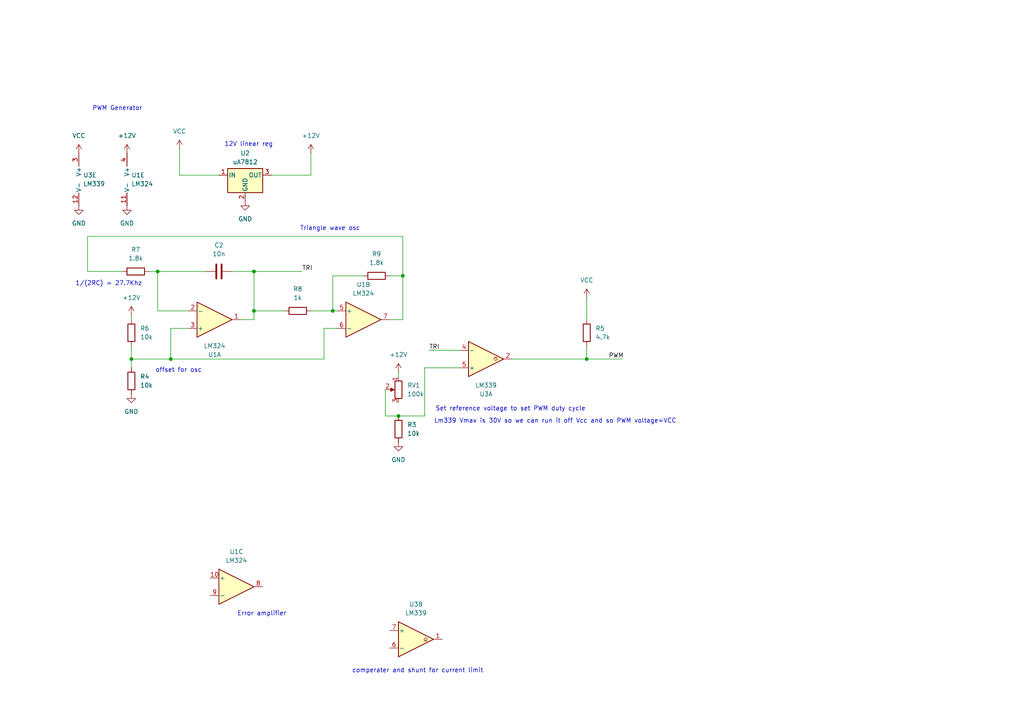
<source format=kicad_sch>
(kicad_sch (version 20231120) (generator "eeschema") (generator_version "8.0")
  (paper "A4")
  (lib_symbols
    (symbol "Amplifier_Operational:LM324" (pin_names (offset 0.127))
      (property "Reference" "U" (at 0 5.08 0))
      (property "Value" "LM324" (at 0 -5.08 0))
      (symbol "LM324_1_1"
        (polyline (pts (xy -5.08 5.08) (xy 5.08 0) (xy -5.08 -5.08) (xy -5.08 5.08)) (stroke (width 0.254)) (fill (type background)))
        (pin output line (at 7.62 0 180) (length 2.54) (name "~") (number "1"))
        (pin input line (at -7.62 -2.54 0) (length 2.54) (name "-") (number "2"))
        (pin input line (at -7.62 2.54 0) (length 2.54) (name "+") (number "3"))
      )
      (symbol "LM324_2_1"
        (polyline (pts (xy -5.08 5.08) (xy 5.08 0) (xy -5.08 -5.08) (xy -5.08 5.08)) (stroke (width 0.254)) (fill (type background)))
        (pin input line (at -7.62 2.54 0) (length 2.54) (name "+") (number "5"))
        (pin input line (at -7.62 -2.54 0) (length 2.54) (name "-") (number "6"))
        (pin output line (at 7.62 0 180) (length 2.54) (name "~") (number "7"))
      )
      (symbol "LM324_3_1"
        (polyline (pts (xy -5.08 5.08) (xy 5.08 0) (xy -5.08 -5.08) (xy -5.08 5.08)) (stroke (width 0.254)) (fill (type background)))
        (pin input line (at -7.62 2.54 0) (length 2.54) (name "+") (number "10"))
        (pin output line (at 7.62 0 180) (length 2.54) (name "~") (number "8"))
        (pin input line (at -7.62 -2.54 0) (length 2.54) (name "-") (number "9"))
      )
      (symbol "LM324_4_1"
        (polyline (pts (xy -5.08 5.08) (xy 5.08 0) (xy -5.08 -5.08) (xy -5.08 5.08)) (stroke (width 0.254)) (fill (type background)))
        (pin input line (at -7.62 2.54 0) (length 2.54) (name "+") (number "12"))
        (pin input line (at -7.62 -2.54 0) (length 2.54) (name "-") (number "13"))
        (pin output line (at 7.62 0 180) (length 2.54) (name "~") (number "14"))
      )
      (symbol "LM324_5_1"
        (pin power_in line (at -2.54 -7.62 90) (length 3.81) (name "V-") (number "11"))
        (pin power_in line (at -2.54 7.62 270) (length 3.81) (name "V+") (number "4"))
      )
    )
    (symbol "Comparator:LM339" (pin_names (offset 0.127))
      (property "Reference" "U" (at 0 5.08 0))
      (property "Value" "LM339" (at 0 -5.08 0))
      (symbol "LM339_1_1"
        (polyline (pts (xy -5.08 5.08) (xy 5.08 0) (xy -5.08 -5.08) (xy -5.08 5.08)) (stroke (width 0.254)) (fill (type background)))
        (polyline (pts (xy 3.302 -0.508) (xy 2.794 -0.508) (xy 3.302 0) (xy 2.794 0.508) (xy 2.286 0) (xy 2.794 -0.508) (xy 2.286 -0.508)) (stroke (width 0.127)))
        (pin open_collector line (at 7.62 0 180) (length 2.54) (name "~") (number "2"))
        (pin input line (at -7.62 -2.54 0) (length 2.54) (name "-") (number "4"))
        (pin input line (at -7.62 2.54 0) (length 2.54) (name "+") (number "5"))
      )
      (symbol "LM339_2_1"
        (polyline (pts (xy -5.08 5.08) (xy 5.08 0) (xy -5.08 -5.08) (xy -5.08 5.08)) (stroke (width 0.254)) (fill (type background)))
        (polyline (pts (xy 3.302 -0.508) (xy 2.794 -0.508) (xy 3.302 0) (xy 2.794 0.508) (xy 2.286 0) (xy 2.794 -0.508) (xy 2.286 -0.508)) (stroke (width 0.127)))
        (pin open_collector line (at 7.62 0 180) (length 2.54) (name "~") (number "1"))
        (pin input line (at -7.62 -2.54 0) (length 2.54) (name "-") (number "6"))
        (pin input line (at -7.62 2.54 0) (length 2.54) (name "+") (number "7"))
      )
      (symbol "LM339_3_1"
        (polyline (pts (xy -5.08 5.08) (xy 5.08 0) (xy -5.08 -5.08) (xy -5.08 5.08)) (stroke (width 0.254)) (fill (type background)))
        (polyline (pts (xy 3.302 -0.508) (xy 2.794 -0.508) (xy 3.302 0) (xy 2.794 0.508) (xy 2.286 0) (xy 2.794 -0.508) (xy 2.286 -0.508)) (stroke (width 0.127)))
        (pin input line (at -7.62 -2.54 0) (length 2.54) (name "-") (number "10"))
        (pin input line (at -7.62 2.54 0) (length 2.54) (name "+") (number "11"))
        (pin open_collector line (at 7.62 0 180) (length 2.54) (name "~") (number "13"))
      )
      (symbol "LM339_4_1"
        (polyline (pts (xy -5.08 5.08) (xy 5.08 0) (xy -5.08 -5.08) (xy -5.08 5.08)) (stroke (width 0.254)) (fill (type background)))
        (polyline (pts (xy 3.302 -0.508) (xy 2.794 -0.508) (xy 3.302 0) (xy 2.794 0.508) (xy 2.286 0) (xy 2.794 -0.508) (xy 2.286 -0.508)) (stroke (width 0.127)))
        (pin open_collector line (at 7.62 0 180) (length 2.54) (name "~") (number "14"))
        (pin input line (at -7.62 -2.54 0) (length 2.54) (name "-") (number "8"))
        (pin input line (at -7.62 2.54 0) (length 2.54) (name "+") (number "9"))
      )
      (symbol "LM339_5_1"
        (pin power_in line (at -2.54 -7.62 90) (length 3.81) (name "V-") (number "12"))
        (pin power_in line (at -2.54 7.62 270) (length 3.81) (name "V+") (number "3"))
      )
    )
    (symbol "Device:C" (pin_numbers hide) (pin_names (offset 0.254))
      (property "Reference" "C" (at 0.635 2.54 0))
      (property "Value" "C" (at 0.635 -2.54 0))
      (symbol "C_0_1"
        (polyline (pts (xy -2.032 -0.762) (xy 2.032 -0.762)) (stroke (width 0.508)))
        (polyline (pts (xy -2.032 0.762) (xy 2.032 0.762)) (stroke (width 0.508)))
      )
      (symbol "C_1_1"
        (pin passive line (at 0 3.81 270) (length 2.794) (name "~") (number "1"))
        (pin passive line (at 0 -3.81 90) (length 2.794) (name "~") (number "2"))
      )
    )
    (symbol "Device:R" (pin_numbers hide) (pin_names (offset 0))
      (property "Reference" "R" (at 2.032 0 90))
      (property "Value" "R" (at 0 0 90))
      (symbol "R_0_1"
        (rectangle (start -1.016 -2.54) (end 1.016 2.54) (stroke (width 0.254)))
      )
      (symbol "R_1_1"
        (pin passive line (at 0 3.81 270) (length 1.27) (name "~") (number "1"))
        (pin passive line (at 0 -3.81 90) (length 1.27) (name "~") (number "2"))
      )
    )
    (symbol "Device:R_Potentiometer" (pin_names (offset 1.016) hide)
      (property "Reference" "RV" (at -4.445 0 90))
      (property "Value" "R_Potentiometer" (at -2.54 0 90))
      (symbol "R_Potentiometer_0_1"
        (polyline (pts (xy 2.54 0) (xy 1.524 0)))
        (polyline (pts (xy 1.143 0) (xy 2.286 0.508) (xy 2.286 -0.508) (xy 1.143 0)) (fill (type outline)))
        (rectangle (start 1.016 2.54) (end -1.016 -2.54) (stroke (width 0.254)))
      )
      (symbol "R_Potentiometer_1_1"
        (pin passive line (at 0 3.81 270) (length 1.27) (name "1") (number "1"))
        (pin passive line (at 3.81 0 180) (length 1.27) (name "2") (number "2"))
        (pin passive line (at 0 -3.81 90) (length 1.27) (name "3") (number "3"))
      )
    )
    (symbol "Regulator_Linear:uA7812" (pin_names (offset 0.254))
      (property "Reference" "U" (at -3.81 3.175 0))
      (property "Value" "uA7812" (at 0 3.175 0))
      (symbol "uA7812_0_1"
        (rectangle (start -5.08 1.905) (end 5.08 -5.08) (stroke (width 0.254)) (fill (type background)))
      )
      (symbol "uA7812_1_1"
        (pin power_in line (at -7.62 0 0) (length 2.54) (name "IN") (number "1"))
        (pin power_in line (at 0 -7.62 90) (length 2.54) (name "GND") (number "2"))
        (pin power_out line (at 7.62 0 180) (length 2.54) (name "OUT") (number "3"))
      )
    )
    (symbol "power:+12V" (power) (pin_numbers hide) (pin_names (offset 0) hide)
      (property "Value" "+12V" (at 0 3.556 0))
      (symbol "+12V_0_1"
        (polyline (pts (xy -0.762 1.27) (xy 0 2.54)))
        (polyline (pts (xy 0 0) (xy 0 2.54)))
        (polyline (pts (xy 0 2.54) (xy 0.762 1.27)))
      )
      (symbol "+12V_1_1"
        (pin power_in line (at 0 0 90) (length 0) (name "~") (number "1"))
      )
    )
    (symbol "power:GND" (power) (pin_numbers hide) (pin_names (offset 0) hide)
      (property "Value" "GND" (at 0 -3.81 0))
      (symbol "GND_0_1"
        (polyline (pts (xy 0 0) (xy 0 -1.27) (xy 1.27 -1.27) (xy 0 -2.54) (xy -1.27 -1.27) (xy 0 -1.27)))
      )
      (symbol "GND_1_1"
        (pin power_in line (at 0 0 270) (length 0) (name "~") (number "1"))
      )
    )
    (symbol "power:VCC" (power) (pin_numbers hide) (pin_names (offset 0) hide)
      (property "Value" "VCC" (at 0 3.556 0))
      (symbol "VCC_0_1"
        (polyline (pts (xy -0.762 1.27) (xy 0 2.54)))
        (polyline (pts (xy 0 0) (xy 0 2.54)))
        (polyline (pts (xy 0 2.54) (xy 0.762 1.27)))
      )
      (symbol "VCC_1_1"
        (pin power_in line (at 0 0 90) (length 0) (name "~") (number "1"))
      )
    )
  )
  (junction (at 115.57 120.65))
  (junction (at 116.84 80.01))
  (junction (at 49.53 104.14))
  (junction (at 73.66 90.17))
  (junction (at 45.72 78.74))
  (junction (at 170.18 104.14))
  (junction (at 96.52 90.17))
  (junction (at 38.1 104.14))
  (junction (at 73.66 78.74))
  (wire (pts (xy 90.17 90.17) (xy 96.52 90.17)))
  (wire (pts (xy 170.18 100.33) (xy 170.18 104.14)))
  (wire (pts (xy 105.41 80.01) (xy 96.52 80.01)))
  (wire (pts (xy 82.55 90.17) (xy 73.66 90.17)))
  (wire (pts (xy 93.98 95.25) (xy 93.98 104.14)))
  (wire (pts (xy 93.98 104.14) (xy 49.53 104.14)))
  (wire (pts (xy 111.76 113.03) (xy 111.76 120.65)))
  (wire (pts (xy 63.5 50.8) (xy 52.07 50.8)))
  (wire (pts (xy 78.74 50.8) (xy 90.17 50.8)))
  (wire (pts (xy 45.72 78.74) (xy 59.69 78.74)))
  (wire (pts (xy 123.19 106.68) (xy 123.19 120.65)))
  (wire (pts (xy 116.84 80.01) (xy 113.03 80.01)))
  (wire (pts (xy 97.79 95.25) (xy 93.98 95.25)))
  (wire (pts (xy 116.84 92.71) (xy 113.03 92.71)))
  (wire (pts (xy 45.72 90.17) (xy 54.61 90.17)))
  (wire (pts (xy 45.72 90.17) (xy 45.72 78.74)))
  (wire (pts (xy 96.52 80.01) (xy 96.52 90.17)))
  (wire (pts (xy 38.1 100.33) (xy 38.1 104.14)))
  (wire (pts (xy 38.1 91.44) (xy 38.1 92.71)))
  (wire (pts (xy 73.66 90.17) (xy 73.66 92.71)))
  (wire (pts (xy 115.57 120.65) (xy 123.19 120.65)))
  (wire (pts (xy 115.57 107.95) (xy 115.57 109.22)))
  (wire (pts (xy 111.76 120.65) (xy 115.57 120.65)))
  (wire (pts (xy 43.18 78.74) (xy 45.72 78.74)))
  (wire (pts (xy 73.66 78.74) (xy 87.63 78.74)))
  (wire (pts (xy 148.59 104.14) (xy 170.18 104.14)))
  (wire (pts (xy 133.35 106.68) (xy 123.19 106.68)))
  (wire (pts (xy 96.52 90.17) (xy 97.79 90.17)))
  (wire (pts (xy 25.4 78.74) (xy 25.4 68.58)))
  (wire (pts (xy 73.66 78.74) (xy 73.66 90.17)))
  (wire (pts (xy 116.84 80.01) (xy 116.84 92.71)))
  (wire (pts (xy 170.18 104.14) (xy 180.34 104.14)))
  (wire (pts (xy 54.61 95.25) (xy 49.53 95.25)))
  (wire (pts (xy 133.35 101.6) (xy 124.46 101.6)))
  (wire (pts (xy 116.84 68.58) (xy 116.84 80.01)))
  (wire (pts (xy 38.1 104.14) (xy 49.53 104.14)))
  (wire (pts (xy 35.56 78.74) (xy 25.4 78.74)))
  (wire (pts (xy 25.4 68.58) (xy 116.84 68.58)))
  (wire (pts (xy 52.07 43.18) (xy 52.07 50.8)))
  (wire (pts (xy 170.18 86.36) (xy 170.18 92.71)))
  (wire (pts (xy 69.85 92.71) (xy 73.66 92.71)))
  (wire (pts (xy 67.31 78.74) (xy 73.66 78.74)))
  (wire (pts (xy 49.53 95.25) (xy 49.53 104.14)))
  (wire (pts (xy 38.1 106.68) (xy 38.1 104.14)))
  (wire (pts (xy 90.17 44.45) (xy 90.17 50.8)))
  (text "comperater and shunt for current limit" (at 121.158 194.564 0) (effects (font (size 1.27 1.27))))
  (text "PWM Generator" (at 34.036 31.496 0) (effects (font (size 1.27 1.27))))
  (text "Triangle wave osc" (at 95.758 66.294 0) (effects (font (size 1.27 1.27))))
  (text "Error amplifier" (at 75.946 178.054 0) (effects (font (size 1.27 1.27))))
  (text "12V linear reg" (at 72.136 41.91 0) (effects (font (size 1.27 1.27))))
  (text "Lm339 Vmax is 30V so we can run it off Vcc and so PWM voltage=VCC" (at 161.036 122.174 0) (effects (font (size 1.27 1.27))))
  (text "Set reference voltage to set PWM duty cycle" (at 148.082 118.618 0) (effects (font (size 1.27 1.27))))
  (text "offset for osc" (at 51.816 107.442 0) (effects (font (size 1.27 1.27))))
  (text "1/(2RC) = 27.7Khz " (at 32.004 82.296 0) (effects (font (size 1.27 1.27))))
  (label "PWM" (at 176.53 104.14 0))
  (label "TRI" (at 87.63 78.74 0))
  (label "TRI" (at 124.46 101.6 0))
  (symbol (lib_id "Device:C") (at 63.5 78.74 90) (unit 1)
    (property "Reference" "C2" (at 63.5 71.12 90))
    (property "Value" "10n" (at 63.5 73.66 90))
    (property "Description" "Unpolarized capacitor" (effects (hide yes)))
  )
  (symbol (lib_id "Comparator:LM339") (at 120.65 185.42 0) (unit 2)
    (property "Reference" "U3" (at 120.65 175.26 0))
    (property "Value" "LM339" (at 120.65 177.8 0))
    (property "Datasheet" "https://www.st.com/resource/en/datasheet/lm139.pdf" (effects (hide yes)))
    (property "Description" "Quad Differential Comparators, SOIC-14/TSSOP-14" (effects (hide yes)))
  )
  (symbol (lib_id "Amplifier_Operational:LM324") (at 105.41 92.71 0) (unit 2)
    (property "Reference" "U1" (at 105.41 82.55 0))
    (property "Value" "LM324" (at 105.41 85.09 0))
    (property "Datasheet" "http://www.ti.com/lit/ds/symlink/lm2902-n.pdf" (effects (hide yes)))
    (property "Description" "Low-Power, Quad-Operational Amplifiers, DIP-14/SOIC-14/SSOP-14" (effects (hide yes)))
  )
  (symbol (lib_id "power:VCC") (at 52.07 43.18 0) (unit 1)
    (property "Reference" "#PWR08" (effects (hide yes)))
    (property "Value" "VCC" (at 52.07 38.1 0))
    (property "Description" "Power symbol creates a global label with name \"VCC\"" (effects (hide yes)))
  )
  (symbol (lib_id "Amplifier_Operational:LM324") (at 68.58 170.18 0) (unit 3)
    (property "Reference" "U1" (at 68.58 160.02 0))
    (property "Value" "LM324" (at 68.58 162.56 0))
    (property "Datasheet" "http://www.ti.com/lit/ds/symlink/lm2902-n.pdf" (effects (hide yes)))
    (property "Description" "Low-Power, Quad-Operational Amplifiers, DIP-14/SOIC-14/SSOP-14" (effects (hide yes)))
  )
  (symbol (lib_id "Device:R") (at 38.1 96.52 0) (unit 1)
    (property "Reference" "R6" (at 40.64 95.2499 0) (effects (justify left)))
    (property "Value" "10k" (at 40.64 97.7899 0) (effects (justify left)))
    (property "Description" "Resistor" (effects (hide yes)))
  )
  (symbol (lib_id "Device:R") (at 86.36 90.17 90) (unit 1)
    (property "Reference" "R8" (at 86.36 83.82 90))
    (property "Value" "1k" (at 86.36 86.36 90))
    (property "Description" "Resistor" (effects (hide yes)))
  )
  (symbol (lib_id "Device:R") (at 109.22 80.01 90) (unit 1)
    (property "Reference" "R9" (at 109.22 73.66 90))
    (property "Value" "1.8k" (at 109.22 76.2 90))
    (property "Description" "Resistor" (effects (hide yes)))
  )
  (symbol (lib_id "Comparator:LM339") (at 25.4 52.07 0) (unit 5)
    (property "Reference" "U3" (at 24.13 50.7999 0) (effects (justify left)))
    (property "Value" "LM339" (at 24.13 53.3399 0) (effects (justify left)))
    (property "Datasheet" "https://www.st.com/resource/en/datasheet/lm139.pdf" (effects (hide yes)))
    (property "Description" "Quad Differential Comparators, SOIC-14/TSSOP-14" (effects (hide yes)))
  )
  (symbol (lib_id "power:GND") (at 22.86 59.69 0) (unit 1)
    (property "Reference" "#PWR02" (effects (hide yes)))
    (property "Value" "GND" (at 22.86 64.77 0))
    (property "Description" "Power symbol creates a global label with name \"GND\" , ground" (effects (hide yes)))
  )
  (symbol (lib_id "power:+12V") (at 38.1 91.44 0) (unit 1)
    (property "Reference" "#PWR015" (effects (hide yes)))
    (property "Value" "+12V" (at 38.1 86.36 0))
    (property "Description" "Power symbol creates a global label with name \"+12V\"" (effects (hide yes)))
  )
  (symbol (lib_id "power:VCC") (at 170.18 86.36 0) (unit 1)
    (property "Reference" "#PWR017" (effects (hide yes)))
    (property "Value" "VCC" (at 170.18 81.28 0))
    (property "Description" "Power symbol creates a global label with name \"VCC\"" (effects (hide yes)))
  )
  (symbol (lib_id "power:VCC") (at 22.86 44.45 0) (unit 1)
    (property "Reference" "#PWR011" (effects (hide yes)))
    (property "Value" "VCC" (at 22.86 39.37 0))
    (property "Description" "Power symbol creates a global label with name \"VCC\"" (effects (hide yes)))
  )
  (symbol (lib_id "Device:R") (at 39.37 78.74 90) (unit 1)
    (property "Reference" "R7" (at 39.37 72.39 90))
    (property "Value" "1.8k" (at 39.37 74.93 90))
    (property "Description" "Resistor" (effects (hide yes)))
  )
  (symbol (lib_id "Device:R") (at 38.1 110.49 0) (unit 1)
    (property "Reference" "R4" (at 40.64 109.2199 0) (effects (justify left)))
    (property "Value" "10k" (at 40.64 111.7599 0) (effects (justify left)))
    (property "Description" "Resistor" (effects (hide yes)))
  )
  (symbol (lib_id "Amplifier_Operational:LM324") (at 62.23 92.71 0) (mirror x) (unit 1)
    (property "Reference" "U1" (at 62.23 102.87 0))
    (property "Value" "LM324" (at 62.23 100.33 0))
    (property "Datasheet" "http://www.ti.com/lit/ds/symlink/lm2902-n.pdf" (effects (hide yes)))
    (property "Description" "Low-Power, Quad-Operational Amplifiers, DIP-14/SOIC-14/SSOP-14" (effects (hide yes)))
  )
  (symbol (lib_id "Device:R_Potentiometer") (at 115.57 113.03 0) (mirror y) (unit 1)
    (property "Reference" "RV1" (at 118.11 111.7599 0) (effects (justify right)))
    (property "Value" "100k" (at 118.11 114.2999 0) (effects (justify right)))
    (property "Description" "Potentiometer" (effects (hide yes)))
  )
  (symbol (lib_id "power:+12V") (at 36.83 44.45 0) (unit 1)
    (property "Reference" "#PWR012" (effects (hide yes)))
    (property "Value" "+12V" (at 36.83 39.37 0))
    (property "Description" "Power symbol creates a global label with name \"+12V\"" (effects (hide yes)))
  )
  (symbol (lib_id "Comparator:LM339") (at 140.97 104.14 0) (mirror x) (unit 1)
    (property "Reference" "U3" (at 140.97 114.3 0))
    (property "Value" "LM339" (at 140.97 111.76 0))
    (property "Datasheet" "https://www.st.com/resource/en/datasheet/lm139.pdf" (effects (hide yes)))
    (property "Description" "Quad Differential Comparators, SOIC-14/TSSOP-14" (effects (hide yes)))
  )
  (symbol (lib_id "Device:R") (at 115.57 124.46 0) (unit 1)
    (property "Reference" "R3" (at 118.11 123.1899 0) (effects (justify left)))
    (property "Value" "10k" (at 118.11 125.7299 0) (effects (justify left)))
    (property "Description" "Resistor" (effects (hide yes)))
  )
  (symbol (lib_id "power:GND") (at 115.57 128.27 0) (unit 1)
    (property "Reference" "#PWR013" (effects (hide yes)))
    (property "Value" "GND" (at 115.57 133.35 0))
    (property "Description" "Power symbol creates a global label with name \"GND\" , ground" (effects (hide yes)))
  )
  (symbol (lib_id "Amplifier_Operational:LM324") (at 39.37 52.07 0) (unit 5)
    (property "Reference" "U1" (at 38.1 50.7999 0) (effects (justify left)))
    (property "Value" "LM324" (at 38.1 53.3399 0) (effects (justify left)))
    (property "Datasheet" "http://www.ti.com/lit/ds/symlink/lm2902-n.pdf" (effects (hide yes)))
    (property "Description" "Low-Power, Quad-Operational Amplifiers, DIP-14/SOIC-14/SSOP-14" (effects (hide yes)))
  )
  (symbol (lib_id "power:GND") (at 36.83 59.69 0) (unit 1)
    (property "Reference" "#PWR03" (effects (hide yes)))
    (property "Value" "GND" (at 36.83 64.77 0))
    (property "Description" "Power symbol creates a global label with name \"GND\" , ground" (effects (hide yes)))
  )
  (symbol (lib_id "power:+12V") (at 115.57 107.95 0) (unit 1)
    (property "Reference" "#PWR014" (effects (hide yes)))
    (property "Value" "+12V" (at 115.57 102.87 0))
    (property "Description" "Power symbol creates a global label with name \"+12V\"" (effects (hide yes)))
  )
  (symbol (lib_id "power:GND") (at 71.12 58.42 0) (unit 1)
    (property "Reference" "#PWR01" (effects (hide yes)))
    (property "Value" "GND" (at 71.12 63.5 0))
    (property "Description" "Power symbol creates a global label with name \"GND\" , ground" (effects (hide yes)))
  )
  (symbol (lib_id "Regulator_Linear:uA7812") (at 71.12 50.8 0) (unit 1)
    (property "Reference" "U2" (at 71.12 44.45 0))
    (property "Value" "uA7812" (at 71.12 46.99 0))
    (property "Datasheet" "http://www.ti.com/lit/ds/symlink/ua78.pdf" (effects (hide yes)))
    (property "Description" "Positive 1A 35V Linear Regulator, Fixed Output 12V, TO-220/TO-263" (effects (hide yes)))
  )
  (symbol (lib_id "Device:R") (at 170.18 96.52 0) (unit 1)
    (property "Reference" "R5" (at 172.72 95.2499 0) (effects (justify left)))
    (property "Value" "4.7k" (at 172.72 97.7899 0) (effects (justify left)))
    (property "Description" "Resistor" (effects (hide yes)))
  )
  (symbol (lib_id "power:GND") (at 38.1 114.3 0) (unit 1)
    (property "Reference" "#PWR016" (effects (hide yes)))
    (property "Value" "GND" (at 38.1 119.38 0))
    (property "Description" "Power symbol creates a global label with name \"GND\" , ground" (effects (hide yes)))
  )
  (symbol (lib_id "power:+12V") (at 90.17 44.45 0) (unit 1)
    (property "Reference" "#PWR010" (effects (hide yes)))
    (property "Value" "+12V" (at 90.17 39.37 0))
    (property "Description" "Power symbol creates a global label with name \"+12V\"" (effects (hide yes)))
  )
)
</source>
